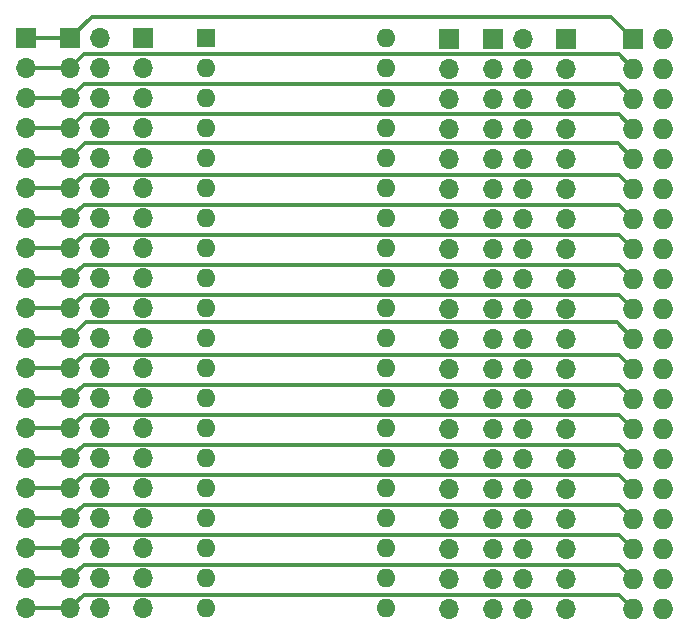
<source format=gbr>
%TF.GenerationSoftware,KiCad,Pcbnew,(5.99.0-7714-g70c397a9b4)*%
%TF.CreationDate,2021-02-07T00:17:42+03:00*%
%TF.ProjectId,dipext-pin_r4,64697065-7874-42d7-9069-6e5f72342e6b,rev?*%
%TF.SameCoordinates,Original*%
%TF.FileFunction,Copper,L2,Bot*%
%TF.FilePolarity,Positive*%
%FSLAX46Y46*%
G04 Gerber Fmt 4.6, Leading zero omitted, Abs format (unit mm)*
G04 Created by KiCad (PCBNEW (5.99.0-7714-g70c397a9b4)) date 2021-02-07 00:17:42*
%MOMM*%
%LPD*%
G01*
G04 APERTURE LIST*
%TA.AperFunction,ComponentPad*%
%ADD10O,1.700000X1.700000*%
%TD*%
%TA.AperFunction,ComponentPad*%
%ADD11R,1.700000X1.700000*%
%TD*%
%TA.AperFunction,ComponentPad*%
%ADD12R,1.600000X1.600000*%
%TD*%
%TA.AperFunction,ComponentPad*%
%ADD13O,1.600000X1.600000*%
%TD*%
%TA.AperFunction,ComponentPad*%
%ADD14R,1.727200X1.727200*%
%TD*%
%TA.AperFunction,ComponentPad*%
%ADD15O,1.727200X1.727200*%
%TD*%
%TA.AperFunction,Conductor*%
%ADD16C,0.304800*%
%TD*%
G04 APERTURE END LIST*
D10*
%TO.P,J8,20,Pin_20*%
%TO.N,Net-(J1-Pad20)*%
X51511199Y-94691201D03*
%TO.P,J8,19,Pin_19*%
%TO.N,Net-(J1-Pad19)*%
X51511199Y-92151201D03*
%TO.P,J8,18,Pin_18*%
%TO.N,Net-(J1-Pad18)*%
X51511199Y-89611201D03*
%TO.P,J8,17,Pin_17*%
%TO.N,Net-(J1-Pad17)*%
X51511199Y-87071201D03*
%TO.P,J8,16,Pin_16*%
%TO.N,Net-(J1-Pad16)*%
X51511199Y-84531201D03*
%TO.P,J8,15,Pin_15*%
%TO.N,Net-(J1-Pad15)*%
X51511199Y-81991201D03*
%TO.P,J8,14,Pin_14*%
%TO.N,Net-(J1-Pad14)*%
X51511199Y-79451201D03*
%TO.P,J8,13,Pin_13*%
%TO.N,Net-(J1-Pad13)*%
X51511199Y-76911201D03*
%TO.P,J8,12,Pin_12*%
%TO.N,Net-(J1-Pad12)*%
X51511199Y-74371201D03*
%TO.P,J8,11,Pin_11*%
%TO.N,Net-(J1-Pad11)*%
X51511199Y-71831201D03*
%TO.P,J8,10,Pin_10*%
%TO.N,Net-(J1-Pad10)*%
X51511199Y-69291201D03*
%TO.P,J8,9,Pin_9*%
%TO.N,Net-(J1-Pad9)*%
X51511199Y-66751201D03*
%TO.P,J8,8,Pin_8*%
%TO.N,Net-(J1-Pad8)*%
X51511199Y-64211201D03*
%TO.P,J8,7,Pin_7*%
%TO.N,Net-(J1-Pad7)*%
X51511199Y-61671201D03*
%TO.P,J8,6,Pin_6*%
%TO.N,Net-(J1-Pad6)*%
X51511199Y-59131201D03*
%TO.P,J8,5,Pin_5*%
%TO.N,Net-(J1-Pad5)*%
X51511199Y-56591201D03*
%TO.P,J8,4,Pin_4*%
%TO.N,Net-(J1-Pad4)*%
X51511199Y-54051201D03*
%TO.P,J8,3,Pin_3*%
%TO.N,Net-(J1-Pad3)*%
X51511199Y-51511201D03*
%TO.P,J8,2,Pin_2*%
%TO.N,Net-(J1-Pad2)*%
X51511199Y-48971201D03*
D11*
%TO.P,J8,1,Pin_1*%
%TO.N,Net-(J1-Pad1)*%
X51511199Y-46431201D03*
%TD*%
D10*
%TO.P,J7,20,Pin_20*%
%TO.N,/P20*%
X41681399Y-94691201D03*
%TO.P,J7,19,Pin_19*%
%TO.N,/P19*%
X41681399Y-92151201D03*
%TO.P,J7,18,Pin_18*%
%TO.N,/P18*%
X41681399Y-89611201D03*
%TO.P,J7,17,Pin_17*%
%TO.N,/P17*%
X41681399Y-87071201D03*
%TO.P,J7,16,Pin_16*%
%TO.N,/P16*%
X41681399Y-84531201D03*
%TO.P,J7,15,Pin_15*%
%TO.N,/P15*%
X41681399Y-81991201D03*
%TO.P,J7,14,Pin_14*%
%TO.N,/P14*%
X41681399Y-79451201D03*
%TO.P,J7,13,Pin_13*%
%TO.N,/P13*%
X41681399Y-76911201D03*
%TO.P,J7,12,Pin_12*%
%TO.N,/P12*%
X41681399Y-74371201D03*
%TO.P,J7,11,Pin_11*%
%TO.N,/P11*%
X41681399Y-71831201D03*
%TO.P,J7,10,Pin_10*%
%TO.N,/P10*%
X41681399Y-69291201D03*
%TO.P,J7,9,Pin_9*%
%TO.N,/P9*%
X41681399Y-66751201D03*
%TO.P,J7,8,Pin_8*%
%TO.N,/P8*%
X41681399Y-64211201D03*
%TO.P,J7,7,Pin_7*%
%TO.N,/P7*%
X41681399Y-61671201D03*
%TO.P,J7,6,Pin_6*%
%TO.N,/P6*%
X41681399Y-59131201D03*
%TO.P,J7,5,Pin_5*%
%TO.N,/P5*%
X41681399Y-56591201D03*
%TO.P,J7,4,Pin_4*%
%TO.N,/P4*%
X41681399Y-54051201D03*
%TO.P,J7,3,Pin_3*%
%TO.N,/P3*%
X41681399Y-51511201D03*
%TO.P,J7,2,Pin_2*%
%TO.N,/P2*%
X41681399Y-48971201D03*
D11*
%TO.P,J7,1,Pin_1*%
%TO.N,/P1*%
X41681399Y-46431201D03*
%TD*%
D10*
%TO.P,J6,20,Pin_20*%
%TO.N,Net-(J1-Pad21)*%
X77495399Y-94716601D03*
%TO.P,J6,19,Pin_19*%
%TO.N,Net-(J1-Pad22)*%
X77495399Y-92176601D03*
%TO.P,J6,18,Pin_18*%
%TO.N,Net-(J1-Pad23)*%
X77495399Y-89636601D03*
%TO.P,J6,17,Pin_17*%
%TO.N,Net-(J1-Pad24)*%
X77495399Y-87096601D03*
%TO.P,J6,16,Pin_16*%
%TO.N,Net-(J1-Pad25)*%
X77495399Y-84556601D03*
%TO.P,J6,15,Pin_15*%
%TO.N,Net-(J1-Pad26)*%
X77495399Y-82016601D03*
%TO.P,J6,14,Pin_14*%
%TO.N,Net-(J1-Pad27)*%
X77495399Y-79476601D03*
%TO.P,J6,13,Pin_13*%
%TO.N,Net-(J1-Pad28)*%
X77495399Y-76936601D03*
%TO.P,J6,12,Pin_12*%
%TO.N,Net-(J1-Pad29)*%
X77495399Y-74396601D03*
%TO.P,J6,11,Pin_11*%
%TO.N,Net-(J6-Pad11)*%
X77495399Y-71856601D03*
%TO.P,J6,10,Pin_10*%
%TO.N,Net-(J6-Pad10)*%
X77495399Y-69316601D03*
%TO.P,J6,9,Pin_9*%
%TO.N,Net-(J6-Pad9)*%
X77495399Y-66776601D03*
%TO.P,J6,8,Pin_8*%
%TO.N,Net-(J6-Pad8)*%
X77495399Y-64236601D03*
%TO.P,J6,7,Pin_7*%
%TO.N,Net-(J1-Pad34)*%
X77495399Y-61696601D03*
%TO.P,J6,6,Pin_6*%
%TO.N,Net-(J1-Pad35)*%
X77495399Y-59156601D03*
%TO.P,J6,5,Pin_5*%
%TO.N,Net-(J1-Pad36)*%
X77495399Y-56616601D03*
%TO.P,J6,4,Pin_4*%
%TO.N,Net-(J1-Pad37)*%
X77495399Y-54076601D03*
%TO.P,J6,3,Pin_3*%
%TO.N,Net-(J1-Pad38)*%
X77495399Y-51536601D03*
%TO.P,J6,2,Pin_2*%
%TO.N,Net-(J6-Pad2)*%
X77495399Y-48996601D03*
D11*
%TO.P,J6,1,Pin_1*%
%TO.N,Net-(J6-Pad1)*%
X77495399Y-46456601D03*
%TD*%
D10*
%TO.P,J5,20,Pin_20*%
%TO.N,/P21*%
X87350599Y-94716601D03*
%TO.P,J5,19,Pin_19*%
%TO.N,/P22*%
X87350599Y-92176601D03*
%TO.P,J5,18,Pin_18*%
%TO.N,/P23*%
X87350599Y-89636601D03*
%TO.P,J5,17,Pin_17*%
%TO.N,/P24*%
X87350599Y-87096601D03*
%TO.P,J5,16,Pin_16*%
%TO.N,/P25*%
X87350599Y-84556601D03*
%TO.P,J5,15,Pin_15*%
%TO.N,/P26*%
X87350599Y-82016601D03*
%TO.P,J5,14,Pin_14*%
%TO.N,/P27*%
X87350599Y-79476601D03*
%TO.P,J5,13,Pin_13*%
%TO.N,/P28*%
X87350599Y-76936601D03*
%TO.P,J5,12,Pin_12*%
%TO.N,/P29*%
X87350599Y-74396601D03*
%TO.P,J5,11,Pin_11*%
%TO.N,/P30*%
X87350599Y-71856601D03*
%TO.P,J5,10,Pin_10*%
%TO.N,/P31*%
X87350599Y-69316601D03*
%TO.P,J5,9,Pin_9*%
%TO.N,/P32*%
X87350599Y-66776601D03*
%TO.P,J5,8,Pin_8*%
%TO.N,/P33*%
X87350599Y-64236601D03*
%TO.P,J5,7,Pin_7*%
%TO.N,/P34*%
X87350599Y-61696601D03*
%TO.P,J5,6,Pin_6*%
%TO.N,/P35*%
X87350599Y-59156601D03*
%TO.P,J5,5,Pin_5*%
%TO.N,/P36*%
X87350599Y-56616601D03*
%TO.P,J5,4,Pin_4*%
%TO.N,/P37*%
X87350599Y-54076601D03*
%TO.P,J5,3,Pin_3*%
%TO.N,/P38*%
X87350599Y-51536601D03*
%TO.P,J5,2,Pin_2*%
%TO.N,/P39*%
X87350599Y-48996601D03*
D11*
%TO.P,J5,1,Pin_1*%
%TO.N,/P40*%
X87350599Y-46456601D03*
%TD*%
D12*
%TO.P,J1,1,Pin_1*%
%TO.N,Net-(J1-Pad1)*%
X56895999Y-46431201D03*
D13*
%TO.P,J1,21,Pin_21*%
%TO.N,Net-(J1-Pad21)*%
X72135999Y-94691201D03*
%TO.P,J1,2,Pin_2*%
%TO.N,Net-(J1-Pad2)*%
X56895999Y-48971201D03*
%TO.P,J1,22,Pin_22*%
%TO.N,Net-(J1-Pad22)*%
X72135999Y-92151201D03*
%TO.P,J1,3,Pin_3*%
%TO.N,Net-(J1-Pad3)*%
X56895999Y-51511201D03*
%TO.P,J1,23,Pin_23*%
%TO.N,Net-(J1-Pad23)*%
X72135999Y-89611201D03*
%TO.P,J1,4,Pin_4*%
%TO.N,Net-(J1-Pad4)*%
X56895999Y-54051201D03*
%TO.P,J1,24,Pin_24*%
%TO.N,Net-(J1-Pad24)*%
X72135999Y-87071201D03*
%TO.P,J1,5,Pin_5*%
%TO.N,Net-(J1-Pad5)*%
X56895999Y-56591201D03*
%TO.P,J1,25,Pin_25*%
%TO.N,Net-(J1-Pad25)*%
X72135999Y-84531201D03*
%TO.P,J1,6,Pin_6*%
%TO.N,Net-(J1-Pad6)*%
X56895999Y-59131201D03*
%TO.P,J1,26,Pin_26*%
%TO.N,Net-(J1-Pad26)*%
X72135999Y-81991201D03*
%TO.P,J1,7,Pin_7*%
%TO.N,Net-(J1-Pad7)*%
X56895999Y-61671201D03*
%TO.P,J1,27,Pin_27*%
%TO.N,Net-(J1-Pad27)*%
X72135999Y-79451201D03*
%TO.P,J1,8,Pin_8*%
%TO.N,Net-(J1-Pad8)*%
X56895999Y-64211201D03*
%TO.P,J1,28,Pin_28*%
%TO.N,Net-(J1-Pad28)*%
X72135999Y-76911201D03*
%TO.P,J1,9,Pin_9*%
%TO.N,Net-(J1-Pad9)*%
X56895999Y-66751201D03*
%TO.P,J1,29,Pin_29*%
%TO.N,Net-(J1-Pad29)*%
X72135999Y-74371201D03*
%TO.P,J1,10,Pin_10*%
%TO.N,Net-(J1-Pad10)*%
X56895999Y-69291201D03*
%TO.P,J1,30,Pin_30*%
%TO.N,Net-(J6-Pad11)*%
X72135999Y-71831201D03*
%TO.P,J1,11,Pin_11*%
%TO.N,Net-(J1-Pad11)*%
X56895999Y-71831201D03*
%TO.P,J1,31,Pin_31*%
%TO.N,Net-(J6-Pad10)*%
X72135999Y-69291201D03*
%TO.P,J1,12,Pin_12*%
%TO.N,Net-(J1-Pad12)*%
X56895999Y-74371201D03*
%TO.P,J1,32,Pin_32*%
%TO.N,Net-(J6-Pad9)*%
X72135999Y-66751201D03*
%TO.P,J1,13,Pin_13*%
%TO.N,Net-(J1-Pad13)*%
X56895999Y-76911201D03*
%TO.P,J1,33,Pin_33*%
%TO.N,Net-(J6-Pad8)*%
X72135999Y-64211201D03*
%TO.P,J1,14,Pin_14*%
%TO.N,Net-(J1-Pad14)*%
X56895999Y-79451201D03*
%TO.P,J1,34,Pin_34*%
%TO.N,Net-(J1-Pad34)*%
X72135999Y-61671201D03*
%TO.P,J1,15,Pin_15*%
%TO.N,Net-(J1-Pad15)*%
X56895999Y-81991201D03*
%TO.P,J1,35,Pin_35*%
%TO.N,Net-(J1-Pad35)*%
X72135999Y-59131201D03*
%TO.P,J1,16,Pin_16*%
%TO.N,Net-(J1-Pad16)*%
X56895999Y-84531201D03*
%TO.P,J1,36,Pin_36*%
%TO.N,Net-(J1-Pad36)*%
X72135999Y-56591201D03*
%TO.P,J1,17,Pin_17*%
%TO.N,Net-(J1-Pad17)*%
X56895999Y-87071201D03*
%TO.P,J1,37,Pin_37*%
%TO.N,Net-(J1-Pad37)*%
X72135999Y-54051201D03*
%TO.P,J1,18,Pin_18*%
%TO.N,Net-(J1-Pad18)*%
X56895999Y-89611201D03*
%TO.P,J1,38,Pin_38*%
%TO.N,Net-(J1-Pad38)*%
X72135999Y-51511201D03*
%TO.P,J1,19,Pin_19*%
%TO.N,Net-(J1-Pad19)*%
X56895999Y-92151201D03*
%TO.P,J1,39,Pin_39*%
%TO.N,Net-(J6-Pad2)*%
X72135999Y-48971201D03*
%TO.P,J1,20,Pin_20*%
%TO.N,Net-(J1-Pad20)*%
X56895999Y-94691201D03*
%TO.P,J1,40,Pin_40*%
%TO.N,Net-(J6-Pad1)*%
X72135999Y-46431201D03*
%TD*%
D14*
%TO.P,J2,1,Pin_1*%
%TO.N,/P1*%
X93065599Y-46456601D03*
D15*
%TO.P,J2,2,Pin_2*%
%TO.N,/P40*%
X95605599Y-46456601D03*
%TO.P,J2,3,Pin_3*%
%TO.N,/P2*%
X93065599Y-48996601D03*
%TO.P,J2,4,Pin_4*%
%TO.N,/P39*%
X95605599Y-48996601D03*
%TO.P,J2,5,Pin_5*%
%TO.N,/P3*%
X93065599Y-51536601D03*
%TO.P,J2,6,Pin_6*%
%TO.N,/P38*%
X95605599Y-51536601D03*
%TO.P,J2,7,Pin_7*%
%TO.N,/P4*%
X93065599Y-54076601D03*
%TO.P,J2,8,Pin_8*%
%TO.N,/P37*%
X95605599Y-54076601D03*
%TO.P,J2,9,Pin_9*%
%TO.N,/P5*%
X93065599Y-56616601D03*
%TO.P,J2,10,Pin_10*%
%TO.N,/P36*%
X95605599Y-56616601D03*
%TO.P,J2,11,Pin_11*%
%TO.N,/P6*%
X93065599Y-59156601D03*
%TO.P,J2,12,Pin_12*%
%TO.N,/P35*%
X95605599Y-59156601D03*
%TO.P,J2,13,Pin_13*%
%TO.N,/P7*%
X93065599Y-61696601D03*
%TO.P,J2,14,Pin_14*%
%TO.N,/P34*%
X95605599Y-61696601D03*
%TO.P,J2,15,Pin_15*%
%TO.N,/P8*%
X93065599Y-64236601D03*
%TO.P,J2,16,Pin_16*%
%TO.N,/P33*%
X95605599Y-64236601D03*
%TO.P,J2,17,Pin_17*%
%TO.N,/P9*%
X93065599Y-66776601D03*
%TO.P,J2,18,Pin_18*%
%TO.N,/P32*%
X95605599Y-66776601D03*
%TO.P,J2,19,Pin_19*%
%TO.N,/P10*%
X93065599Y-69316601D03*
%TO.P,J2,20,Pin_20*%
%TO.N,/P31*%
X95605599Y-69316601D03*
%TO.P,J2,21,Pin_21*%
%TO.N,/P11*%
X93065599Y-71856601D03*
%TO.P,J2,22,Pin_22*%
%TO.N,/P30*%
X95605599Y-71856601D03*
%TO.P,J2,23,Pin_23*%
%TO.N,/P12*%
X93065599Y-74396601D03*
%TO.P,J2,24,Pin_24*%
%TO.N,/P29*%
X95605599Y-74396601D03*
%TO.P,J2,25,Pin_25*%
%TO.N,/P13*%
X93065599Y-76936601D03*
%TO.P,J2,26,Pin_26*%
%TO.N,/P28*%
X95605599Y-76936601D03*
%TO.P,J2,27,Pin_27*%
%TO.N,/P14*%
X93065599Y-79476601D03*
%TO.P,J2,28,Pin_28*%
%TO.N,/P27*%
X95605599Y-79476601D03*
%TO.P,J2,29,Pin_29*%
%TO.N,/P15*%
X93065599Y-82016601D03*
%TO.P,J2,30,Pin_30*%
%TO.N,/P26*%
X95605599Y-82016601D03*
%TO.P,J2,31,Pin_31*%
%TO.N,/P16*%
X93065599Y-84556601D03*
%TO.P,J2,32,Pin_32*%
%TO.N,/P25*%
X95605599Y-84556601D03*
%TO.P,J2,33,Pin_33*%
%TO.N,/P17*%
X93065599Y-87096601D03*
%TO.P,J2,34,Pin_34*%
%TO.N,/P24*%
X95605599Y-87096601D03*
%TO.P,J2,35,Pin_35*%
%TO.N,/P18*%
X93065599Y-89636601D03*
%TO.P,J2,36,Pin_36*%
%TO.N,/P23*%
X95605599Y-89636601D03*
%TO.P,J2,37,Pin_37*%
%TO.N,/P19*%
X93065599Y-92176601D03*
%TO.P,J2,38,Pin_38*%
%TO.N,/P22*%
X95605599Y-92176601D03*
%TO.P,J2,39,Pin_39*%
%TO.N,/P20*%
X93065599Y-94716601D03*
%TO.P,J2,40,Pin_40*%
%TO.N,/P21*%
X95605599Y-94716601D03*
%TD*%
D11*
%TO.P,J3,1,Pin_1*%
%TO.N,/P1*%
X45364399Y-46431201D03*
D10*
%TO.P,J3,2,Pin_2*%
%TO.N,Net-(J1-Pad1)*%
X47904399Y-46431201D03*
%TO.P,J3,3,Pin_3*%
%TO.N,/P2*%
X45364399Y-48971201D03*
%TO.P,J3,4,Pin_4*%
%TO.N,Net-(J1-Pad2)*%
X47904399Y-48971201D03*
%TO.P,J3,5,Pin_5*%
%TO.N,/P3*%
X45364399Y-51511201D03*
%TO.P,J3,6,Pin_6*%
%TO.N,Net-(J1-Pad3)*%
X47904399Y-51511201D03*
%TO.P,J3,7,Pin_7*%
%TO.N,/P4*%
X45364399Y-54051201D03*
%TO.P,J3,8,Pin_8*%
%TO.N,Net-(J1-Pad4)*%
X47904399Y-54051201D03*
%TO.P,J3,9,Pin_9*%
%TO.N,/P5*%
X45364399Y-56591201D03*
%TO.P,J3,10,Pin_10*%
%TO.N,Net-(J1-Pad5)*%
X47904399Y-56591201D03*
%TO.P,J3,11,Pin_11*%
%TO.N,/P6*%
X45364399Y-59131201D03*
%TO.P,J3,12,Pin_12*%
%TO.N,Net-(J1-Pad6)*%
X47904399Y-59131201D03*
%TO.P,J3,13,Pin_13*%
%TO.N,/P7*%
X45364399Y-61671201D03*
%TO.P,J3,14,Pin_14*%
%TO.N,Net-(J1-Pad7)*%
X47904399Y-61671201D03*
%TO.P,J3,15,Pin_15*%
%TO.N,/P8*%
X45364399Y-64211201D03*
%TO.P,J3,16,Pin_16*%
%TO.N,Net-(J1-Pad8)*%
X47904399Y-64211201D03*
%TO.P,J3,17,Pin_17*%
%TO.N,/P9*%
X45364399Y-66751201D03*
%TO.P,J3,18,Pin_18*%
%TO.N,Net-(J1-Pad9)*%
X47904399Y-66751201D03*
%TO.P,J3,19,Pin_19*%
%TO.N,/P10*%
X45364399Y-69291201D03*
%TO.P,J3,20,Pin_20*%
%TO.N,Net-(J1-Pad10)*%
X47904399Y-69291201D03*
%TO.P,J3,21,Pin_21*%
%TO.N,/P11*%
X45364399Y-71831201D03*
%TO.P,J3,22,Pin_22*%
%TO.N,Net-(J1-Pad11)*%
X47904399Y-71831201D03*
%TO.P,J3,23,Pin_23*%
%TO.N,/P12*%
X45364399Y-74371201D03*
%TO.P,J3,24,Pin_24*%
%TO.N,Net-(J1-Pad12)*%
X47904399Y-74371201D03*
%TO.P,J3,25,Pin_25*%
%TO.N,/P13*%
X45364399Y-76911201D03*
%TO.P,J3,26,Pin_26*%
%TO.N,Net-(J1-Pad13)*%
X47904399Y-76911201D03*
%TO.P,J3,27,Pin_27*%
%TO.N,/P14*%
X45364399Y-79451201D03*
%TO.P,J3,28,Pin_28*%
%TO.N,Net-(J1-Pad14)*%
X47904399Y-79451201D03*
%TO.P,J3,29,Pin_29*%
%TO.N,/P15*%
X45364399Y-81991201D03*
%TO.P,J3,30,Pin_30*%
%TO.N,Net-(J1-Pad15)*%
X47904399Y-81991201D03*
%TO.P,J3,31,Pin_31*%
%TO.N,/P16*%
X45364399Y-84531201D03*
%TO.P,J3,32,Pin_32*%
%TO.N,Net-(J1-Pad16)*%
X47904399Y-84531201D03*
%TO.P,J3,33,Pin_33*%
%TO.N,/P17*%
X45364399Y-87071201D03*
%TO.P,J3,34,Pin_34*%
%TO.N,Net-(J1-Pad17)*%
X47904399Y-87071201D03*
%TO.P,J3,35,Pin_35*%
%TO.N,/P18*%
X45364399Y-89611201D03*
%TO.P,J3,36,Pin_36*%
%TO.N,Net-(J1-Pad18)*%
X47904399Y-89611201D03*
%TO.P,J3,37,Pin_37*%
%TO.N,/P19*%
X45364399Y-92151201D03*
%TO.P,J3,38,Pin_38*%
%TO.N,Net-(J1-Pad19)*%
X47904399Y-92151201D03*
%TO.P,J3,39,Pin_39*%
%TO.N,/P20*%
X45364399Y-94691201D03*
%TO.P,J3,40,Pin_40*%
%TO.N,Net-(J1-Pad20)*%
X47904399Y-94691201D03*
%TD*%
D11*
%TO.P,J4,1,Pin_1*%
%TO.N,Net-(J6-Pad1)*%
X81152999Y-46456601D03*
D10*
%TO.P,J4,2,Pin_2*%
%TO.N,/P40*%
X83692999Y-46456601D03*
%TO.P,J4,3,Pin_3*%
%TO.N,Net-(J6-Pad2)*%
X81152999Y-48996601D03*
%TO.P,J4,4,Pin_4*%
%TO.N,/P39*%
X83692999Y-48996601D03*
%TO.P,J4,5,Pin_5*%
%TO.N,Net-(J1-Pad38)*%
X81152999Y-51536601D03*
%TO.P,J4,6,Pin_6*%
%TO.N,/P38*%
X83692999Y-51536601D03*
%TO.P,J4,7,Pin_7*%
%TO.N,Net-(J1-Pad37)*%
X81152999Y-54076601D03*
%TO.P,J4,8,Pin_8*%
%TO.N,/P37*%
X83692999Y-54076601D03*
%TO.P,J4,9,Pin_9*%
%TO.N,Net-(J1-Pad36)*%
X81152999Y-56616601D03*
%TO.P,J4,10,Pin_10*%
%TO.N,/P36*%
X83692999Y-56616601D03*
%TO.P,J4,11,Pin_11*%
%TO.N,Net-(J1-Pad35)*%
X81152999Y-59156601D03*
%TO.P,J4,12,Pin_12*%
%TO.N,/P35*%
X83692999Y-59156601D03*
%TO.P,J4,13,Pin_13*%
%TO.N,Net-(J1-Pad34)*%
X81152999Y-61696601D03*
%TO.P,J4,14,Pin_14*%
%TO.N,/P34*%
X83692999Y-61696601D03*
%TO.P,J4,15,Pin_15*%
%TO.N,Net-(J6-Pad8)*%
X81152999Y-64236601D03*
%TO.P,J4,16,Pin_16*%
%TO.N,/P33*%
X83692999Y-64236601D03*
%TO.P,J4,17,Pin_17*%
%TO.N,Net-(J6-Pad9)*%
X81152999Y-66776601D03*
%TO.P,J4,18,Pin_18*%
%TO.N,/P32*%
X83692999Y-66776601D03*
%TO.P,J4,19,Pin_19*%
%TO.N,Net-(J6-Pad10)*%
X81152999Y-69316601D03*
%TO.P,J4,20,Pin_20*%
%TO.N,/P31*%
X83692999Y-69316601D03*
%TO.P,J4,21,Pin_21*%
%TO.N,Net-(J6-Pad11)*%
X81152999Y-71856601D03*
%TO.P,J4,22,Pin_22*%
%TO.N,/P30*%
X83692999Y-71856601D03*
%TO.P,J4,23,Pin_23*%
%TO.N,Net-(J1-Pad29)*%
X81152999Y-74396601D03*
%TO.P,J4,24,Pin_24*%
%TO.N,/P29*%
X83692999Y-74396601D03*
%TO.P,J4,25,Pin_25*%
%TO.N,Net-(J1-Pad28)*%
X81152999Y-76936601D03*
%TO.P,J4,26,Pin_26*%
%TO.N,/P28*%
X83692999Y-76936601D03*
%TO.P,J4,27,Pin_27*%
%TO.N,Net-(J1-Pad27)*%
X81152999Y-79476601D03*
%TO.P,J4,28,Pin_28*%
%TO.N,/P27*%
X83692999Y-79476601D03*
%TO.P,J4,29,Pin_29*%
%TO.N,Net-(J1-Pad26)*%
X81152999Y-82016601D03*
%TO.P,J4,30,Pin_30*%
%TO.N,/P26*%
X83692999Y-82016601D03*
%TO.P,J4,31,Pin_31*%
%TO.N,Net-(J1-Pad25)*%
X81152999Y-84556601D03*
%TO.P,J4,32,Pin_32*%
%TO.N,/P25*%
X83692999Y-84556601D03*
%TO.P,J4,33,Pin_33*%
%TO.N,Net-(J1-Pad24)*%
X81152999Y-87096601D03*
%TO.P,J4,34,Pin_34*%
%TO.N,/P24*%
X83692999Y-87096601D03*
%TO.P,J4,35,Pin_35*%
%TO.N,Net-(J1-Pad23)*%
X81152999Y-89636601D03*
%TO.P,J4,36,Pin_36*%
%TO.N,/P23*%
X83692999Y-89636601D03*
%TO.P,J4,37,Pin_37*%
%TO.N,Net-(J1-Pad22)*%
X81152999Y-92176601D03*
%TO.P,J4,38,Pin_38*%
%TO.N,/P22*%
X83692999Y-92176601D03*
%TO.P,J4,39,Pin_39*%
%TO.N,Net-(J1-Pad21)*%
X81152999Y-94716601D03*
%TO.P,J4,40,Pin_40*%
%TO.N,/P21*%
X83692999Y-94716601D03*
%TD*%
D16*
%TO.N,/P20*%
X93065599Y-94716601D02*
X91885398Y-93536400D01*
X91885398Y-93536400D02*
X46519200Y-93536400D01*
X46519200Y-93536400D02*
X45364399Y-94691201D01*
%TO.N,/P19*%
X93065599Y-92176601D02*
X91885398Y-90996400D01*
X91885398Y-90996400D02*
X46519200Y-90996400D01*
X46519200Y-90996400D02*
X45364399Y-92151201D01*
%TO.N,/P18*%
X93065599Y-89636601D02*
X91885398Y-88456400D01*
X91885398Y-88456400D02*
X46519200Y-88456400D01*
X46519200Y-88456400D02*
X45364399Y-89611201D01*
%TO.N,/P17*%
X93065599Y-87096601D02*
X91885398Y-85916400D01*
X91885398Y-85916400D02*
X46519200Y-85916400D01*
X46519200Y-85916400D02*
X45364399Y-87071201D01*
%TO.N,/P16*%
X93065599Y-84556601D02*
X91885398Y-83376400D01*
X91885398Y-83376400D02*
X46519200Y-83376400D01*
X46519200Y-83376400D02*
X45364399Y-84531201D01*
%TO.N,/P15*%
X93065599Y-82016601D02*
X91885398Y-80836400D01*
X91885398Y-80836400D02*
X46519200Y-80836400D01*
X46519200Y-80836400D02*
X45364399Y-81991201D01*
%TO.N,/P14*%
X93065599Y-79476601D02*
X91885398Y-78296400D01*
X91885398Y-78296400D02*
X46519200Y-78296400D01*
X46519200Y-78296400D02*
X45364399Y-79451201D01*
%TO.N,/P13*%
X93065599Y-76936601D02*
X91885398Y-75756400D01*
X91885398Y-75756400D02*
X46519200Y-75756400D01*
X46519200Y-75756400D02*
X45364399Y-76911201D01*
%TO.N,/P12*%
X93065599Y-74396601D02*
X91885398Y-73216400D01*
X91885398Y-73216400D02*
X46519200Y-73216400D01*
X46519200Y-73216400D02*
X45364399Y-74371201D01*
%TO.N,/P11*%
X93065599Y-71856601D02*
X91680400Y-70471402D01*
X91680400Y-70471402D02*
X46724198Y-70471402D01*
X46724198Y-70471402D02*
X45364399Y-71831201D01*
%TO.N,/P10*%
X93065599Y-69316601D02*
X91885398Y-68136400D01*
X91885398Y-68136400D02*
X46519200Y-68136400D01*
X46519200Y-68136400D02*
X45364399Y-69291201D01*
%TO.N,/P9*%
X93065599Y-66776601D02*
X91885398Y-65596400D01*
X91885398Y-65596400D02*
X46519200Y-65596400D01*
X46519200Y-65596400D02*
X45364399Y-66751201D01*
%TO.N,/P8*%
X93065599Y-64236601D02*
X91885398Y-63056400D01*
X91885398Y-63056400D02*
X46519200Y-63056400D01*
X46519200Y-63056400D02*
X45364399Y-64211201D01*
%TO.N,/P7*%
X93065599Y-61696601D02*
X91885398Y-60516400D01*
X91885398Y-60516400D02*
X46519200Y-60516400D01*
X46519200Y-60516400D02*
X45364399Y-61671201D01*
%TO.N,/P6*%
X93065599Y-59156601D02*
X91885398Y-57976400D01*
X91885398Y-57976400D02*
X46519200Y-57976400D01*
X46519200Y-57976400D02*
X45364399Y-59131201D01*
%TO.N,/P5*%
X93065599Y-56616601D02*
X91744799Y-55295801D01*
X91744799Y-55295801D02*
X46659799Y-55295801D01*
X46659799Y-55295801D02*
X45364399Y-56591201D01*
%TO.N,/P2*%
X93065599Y-48996601D02*
X91820999Y-47752001D01*
X91820999Y-47752001D02*
X46583599Y-47752001D01*
X46583599Y-47752001D02*
X45364399Y-48971201D01*
%TO.N,/P3*%
X93065599Y-51536601D02*
X91820999Y-50292001D01*
X91820999Y-50292001D02*
X46583599Y-50292001D01*
X46583599Y-50292001D02*
X45364399Y-51511201D01*
%TO.N,/P4*%
X93065599Y-54076601D02*
X91820999Y-52832001D01*
X91820999Y-52832001D02*
X46583599Y-52832001D01*
X46583599Y-52832001D02*
X45364399Y-54051201D01*
%TO.N,/P20*%
X41681399Y-94691201D02*
X45364399Y-94691201D01*
%TO.N,/P19*%
X41681399Y-92151201D02*
X45364399Y-92151201D01*
%TO.N,/P18*%
X41681399Y-89611201D02*
X45364399Y-89611201D01*
%TO.N,/P17*%
X41681399Y-87071201D02*
X45364399Y-87071201D01*
%TO.N,/P16*%
X41681399Y-84531201D02*
X45364399Y-84531201D01*
%TO.N,/P15*%
X41681399Y-81991201D02*
X45364399Y-81991201D01*
%TO.N,/P14*%
X41681399Y-79451201D02*
X45364399Y-79451201D01*
%TO.N,/P13*%
X41681399Y-76911201D02*
X45364399Y-76911201D01*
%TO.N,/P12*%
X41681399Y-74371201D02*
X45364399Y-74371201D01*
%TO.N,/P11*%
X45364399Y-71831201D02*
X41681399Y-71831201D01*
%TO.N,/P10*%
X41681399Y-69291201D02*
X45364399Y-69291201D01*
%TO.N,/P9*%
X45364399Y-66751201D02*
X41681399Y-66751201D01*
%TO.N,/P8*%
X41681399Y-64211201D02*
X45364399Y-64211201D01*
%TO.N,/P7*%
X41681399Y-61671201D02*
X45364399Y-61671201D01*
%TO.N,/P6*%
X41681399Y-59131201D02*
X45364399Y-59131201D01*
%TO.N,/P5*%
X41681399Y-56591201D02*
X45364399Y-56591201D01*
%TO.N,/P4*%
X41681399Y-54051201D02*
X45364399Y-54051201D01*
%TO.N,/P3*%
X41681399Y-51511201D02*
X45364399Y-51511201D01*
%TO.N,/P2*%
X41681399Y-48971201D02*
X45364399Y-48971201D01*
%TO.N,/P1*%
X45364399Y-46431201D02*
X41681399Y-46431201D01*
X93065599Y-46456601D02*
X91211399Y-44602401D01*
X91211399Y-44602401D02*
X47193199Y-44602401D01*
X47193199Y-44602401D02*
X45364399Y-46431201D01*
%TD*%
M02*

</source>
